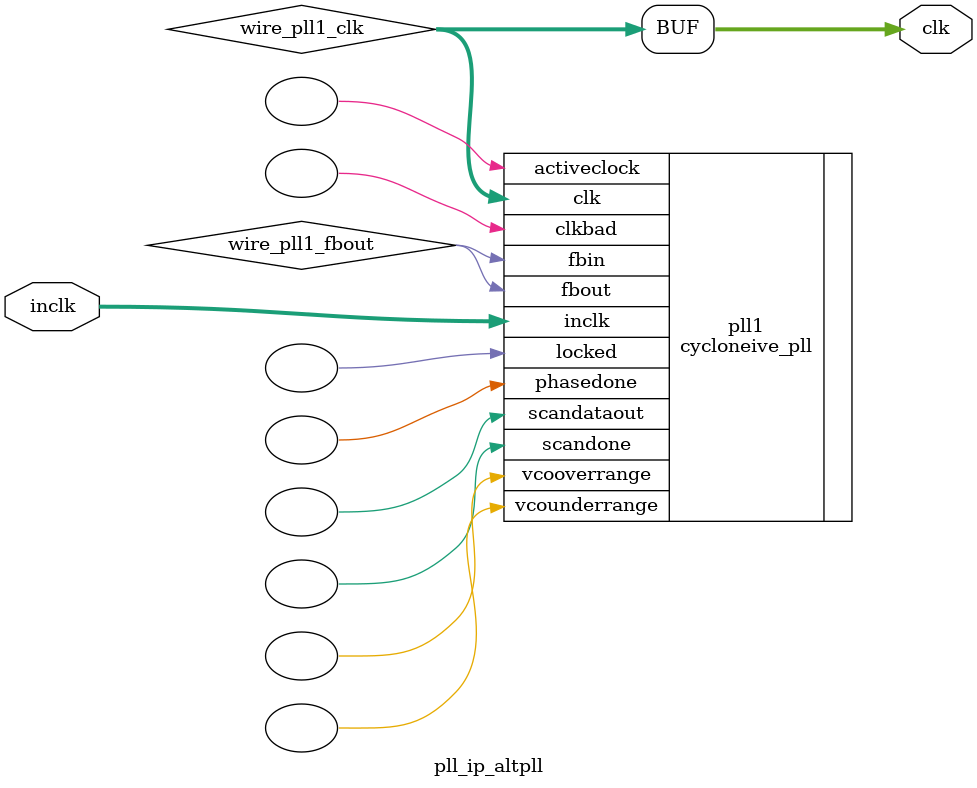
<source format=v>






//synthesis_resources = cycloneive_pll 1 
//synopsys translate_off
`timescale 1 ps / 1 ps
//synopsys translate_on
module  pll_ip_altpll
	( 
	clk,
	inclk) /* synthesis synthesis_clearbox=1 */;
	output   [4:0]  clk;
	input   [1:0]  inclk;
`ifndef ALTERA_RESERVED_QIS
// synopsys translate_off
`endif
	tri0   [1:0]  inclk;
`ifndef ALTERA_RESERVED_QIS
// synopsys translate_on
`endif

	wire  [4:0]   wire_pll1_clk;
	wire  wire_pll1_fbout;

	cycloneive_pll   pll1
	( 
	.activeclock(),
	.clk(wire_pll1_clk),
	.clkbad(),
	.fbin(wire_pll1_fbout),
	.fbout(wire_pll1_fbout),
	.inclk(inclk),
	.locked(),
	.phasedone(),
	.scandataout(),
	.scandone(),
	.vcooverrange(),
	.vcounderrange()
	`ifndef FORMAL_VERIFICATION
	// synopsys translate_off
	`endif
	,
	.areset(1'b0),
	.clkswitch(1'b0),
	.configupdate(1'b0),
	.pfdena(1'b1),
	.phasecounterselect({3{1'b0}}),
	.phasestep(1'b0),
	.phaseupdown(1'b0),
	.scanclk(1'b0),
	.scanclkena(1'b1),
	.scandata(1'b0)
	`ifndef FORMAL_VERIFICATION
	// synopsys translate_on
	`endif
	);
	defparam
		pll1.bandwidth_type = "auto",
		pll1.clk0_divide_by = 5,
		pll1.clk0_duty_cycle = 50,
		pll1.clk0_multiply_by = 1,
		pll1.clk0_phase_shift = "0",
		pll1.clk1_divide_by = 500,
		pll1.clk1_duty_cycle = 50,
		pll1.clk1_multiply_by = 3,
		pll1.clk1_phase_shift = "0",
		pll1.clk2_divide_by = 1,
		pll1.clk2_duty_cycle = 50,
		pll1.clk2_multiply_by = 1,
		pll1.clk2_phase_shift = "0",
		pll1.clk3_divide_by = 50,
		pll1.clk3_duty_cycle = 50,
		pll1.clk3_multiply_by = 3,
		pll1.clk3_phase_shift = "0",
		pll1.compensate_clock = "clk0",
		pll1.inclk0_input_frequency = 20000,
		pll1.operation_mode = "normal",
		pll1.pll_type = "auto",
		pll1.lpm_type = "cycloneive_pll";
	assign
		clk = {wire_pll1_clk[4:0]};
endmodule //pll_ip_altpll
//VALID FILE

</source>
